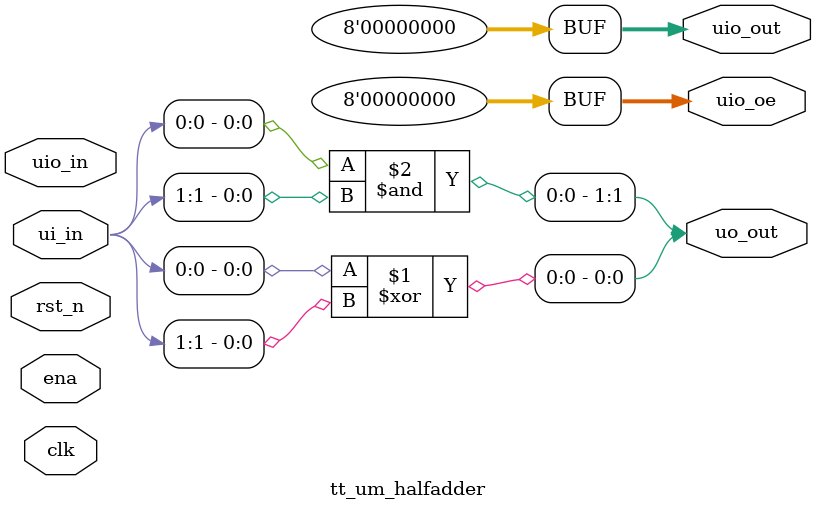
<source format=v>
/*
 * Copyright (c) 2024 Your Name
 * SPDX-License-Identifier: Apache-2.0
 */

`define default_netname none

module tt_um_halfadder (
    input  wire [7:0] ui_in,    // Dedicated inputs
    output wire [7:0] uo_out,   // Dedicated outputs
    input  wire [7:0] uio_in,   // IOs: Input path
    output wire [7:0] uio_out,  // IOs: Output path
    output wire [7:0] uio_oe,   // IOs: Enable path (active high: 0=input, 1=output)
    input  wire       ena,      // will go high when the design is enabled
    input  wire       clk,      // clock
    input  wire       rst_n     // reset_n - low to reset
);

  // All output pins must be assigned. If not used, assign to 0.
  //assign uo_out  = ui_in + uio_in;  // Example: ou_out is the sum of ui_in and uio_in
    //assign ui_in[7:2]=6'b000000;
    assign ui_out[7:2]=6'b000000;
    //assign uio_in=0;
  assign uio_out = 0;
  assign uio_oe  = 0;
    assign uo_out[0]=ui_in[0] ^ ui_in[1];//assign sum
    assign uo_out[1]=ui_in[0] & ui_in[1];//assign carry

endmodule

</source>
